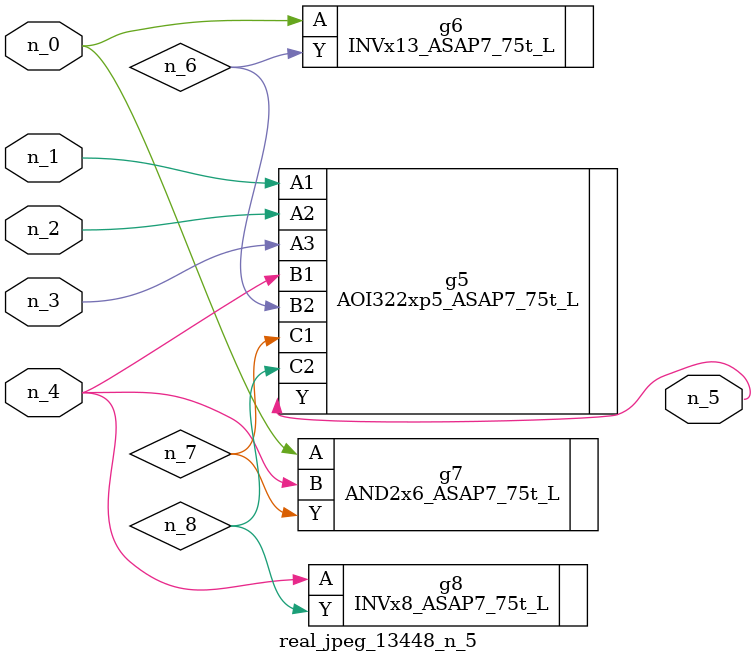
<source format=v>
module real_jpeg_13448_n_5 (n_4, n_0, n_1, n_2, n_3, n_5);

input n_4;
input n_0;
input n_1;
input n_2;
input n_3;

output n_5;

wire n_8;
wire n_6;
wire n_7;

INVx13_ASAP7_75t_L g6 ( 
.A(n_0),
.Y(n_6)
);

AND2x6_ASAP7_75t_L g7 ( 
.A(n_0),
.B(n_4),
.Y(n_7)
);

AOI322xp5_ASAP7_75t_L g5 ( 
.A1(n_1),
.A2(n_2),
.A3(n_3),
.B1(n_4),
.B2(n_6),
.C1(n_7),
.C2(n_8),
.Y(n_5)
);

INVx8_ASAP7_75t_L g8 ( 
.A(n_4),
.Y(n_8)
);


endmodule
</source>
